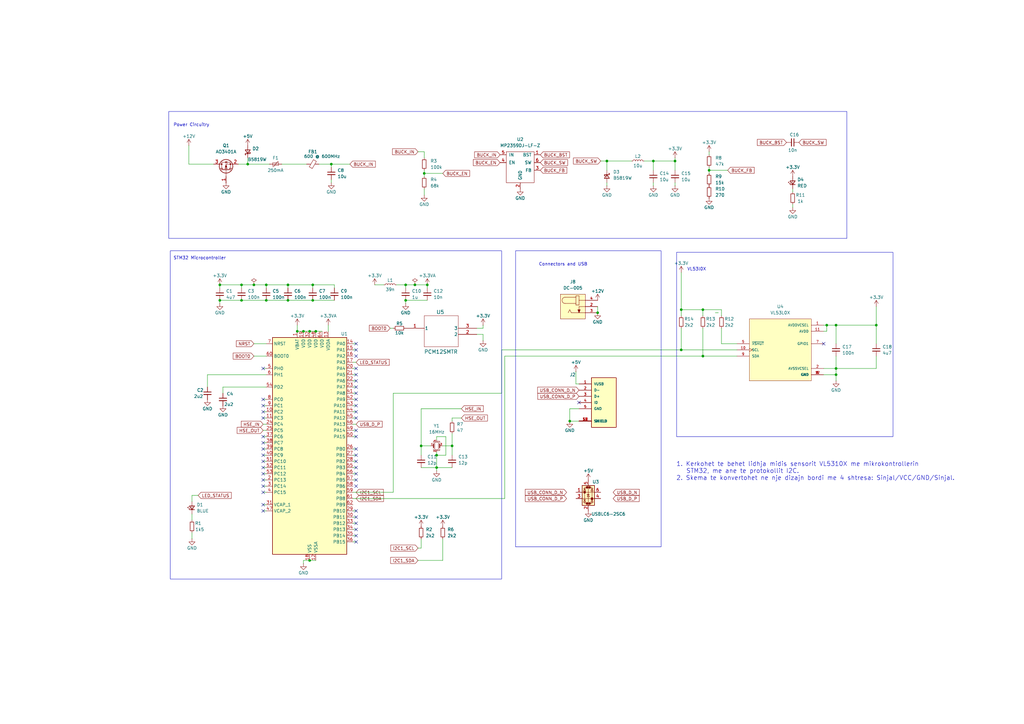
<source format=kicad_sch>
(kicad_sch (version 20250114) (generator "eeschema") (generator_version "9.0")
  (paper "A3")
  (lib_symbols
    (symbol "10118193-0001LF:10118193-0001LF" (pin_names (offset 1.016))
      (property "Reference" "J" (at -5.0817 10.9286 0))
      (property "Value" "10118193-0001LF" (at -5.0819 -12.7097 0))
      (symbol "10118193-0001LF_0_0"
        (pin passive line (at -10.16 7.62 0) (length 5.08) (name "VUSB") (number "1"))
        (pin passive line (at -10.16 5.08 0) (length 5.08) (name "D-") (number "2"))
        (pin passive line (at -10.16 2.54 0) (length 5.08) (name "D+") (number "3"))
        (pin passive line (at -10.16 0 0) (length 5.08) (name "ID") (number "4"))
        (pin passive line (at -10.16 -2.54 0) (length 5.08) (name "GND") (number "5"))
        (pin passive line (at -10.16 -7.62 0) (length 5.08) (name "SHIELD") (number "S1"))
        (pin passive line (at -10.16 -7.62 0) (length 5.08) (name "SHIELD") (number "S2"))
        (pin passive line (at -10.16 -7.62 0) (length 5.08) (name "SHIELD") (number "S3"))
        (pin passive line (at -10.16 -7.62 0) (length 5.08) (name "SHIELD") (number "S4"))
        (pin passive line (at -10.16 -7.62 0) (length 5.08) (name "SHIELD") (number "S5"))
        (pin passive line (at -10.16 -7.62 0) (length 5.08) (name "SHIELD") (number "S6"))
      )
    )
    (symbol "2024-11-09_23-25-21:PCM12SMTR" (pin_names (offset 0.254))
      (property "Reference" "U5" (at 20.32 10.16 0))
      (property "Value" "PCM12SMTR" (at 20.32 7.62 0))
      (symbol "PCM12SMTR_1_1"
        (pin unspecified line (at 0 0 0) (length 7.62) (name "1") (number "1"))
        (pin unspecified line (at 29.21 0 180) (length 7.62) (name "3") (number "3"))
        (pin unspecified line (at 29.21 -2.54 180) (length 7.62) (name "2") (number "2"))
      )
    )
    (symbol "DC-005:DC-005" (pin_names (offset 1.016))
      (property "Reference" "J" (at -5.0943 5.5976 0))
      (property "Value" "DC-005" (at -5.0995 -7.6398 0))
      (symbol "DC-005_0_0"
        (pin passive line (at 10.16 2.54 180) (length 5.08) (name "~") (number "4"))
        (pin passive line (at 10.16 0 180) (length 5.08) (name "~") (number "2"))
        (pin passive line (at 10.16 -2.54 180) (length 5.08) (name "~") (number "3"))
      )
    )
    (symbol "Device:C_Small" (pin_numbers (hide yes)) (pin_names (offset 0.254) (hide yes))
      (property "Reference" "C" (at 0.254 1.778 0))
      (property "Value" "C_Small" (at 0.254 -2.032 0))
      (symbol "C_Small_1_1"
        (pin passive line (at 0 2.54 270) (length 2.032) (name "~") (number "1"))
        (pin passive line (at 0 -2.54 90) (length 2.032) (name "~") (number "2"))
      )
    )
    (symbol "Device:Crystal_GND24_Small" (pin_names (offset 1.016) (hide yes))
      (property "Reference" "Y" (at 1.27 4.445 0))
      (property "Value" "Crystal_GND24_Small" (at 1.27 2.54 0))
      (symbol "Crystal_GND24_Small_1_1"
        (pin passive line (at -2.54 0 0) (length 1.27) (name "1") (number "1"))
        (pin passive line (at 0 2.54 270) (length 0.635) (name "4") (number "4"))
        (pin passive line (at 0 -2.54 90) (length 0.635) (name "2") (number "2"))
        (pin passive line (at 2.54 0 180) (length 1.27) (name "3") (number "3"))
      )
    )
    (symbol "Device:D_Schottky_Small" (pin_numbers (hide yes)) (pin_names (offset 0.254) (hide yes))
      (property "Reference" "D" (at -1.27 2.032 0))
      (property "Value" "D_Schottky_Small" (at -7.112 -2.032 0))
      (symbol "D_Schottky_Small_1_1"
        (pin passive line (at -2.54 0 0) (length 1.778) (name "K") (number "1"))
        (pin passive line (at 2.54 0 180) (length 1.778) (name "A") (number "2"))
      )
    )
    (symbol "Device:Ferrite_Bead_Small" (pin_numbers (hide yes)) (pin_names (offset 0))
      (property "Reference" "FB" (at 1.905 1.27 0))
      (property "Value" "Device_Ferrite_Bead_Small" (at 1.905 -1.27 0))
      (symbol "Ferrite_Bead_Small_1_1"
        (pin passive line (at 0 2.54 270) (length 1.27) (name "~") (number "1"))
        (pin passive line (at 0 -2.54 90) (length 1.27) (name "~") (number "2"))
      )
    )
    (symbol "Device:LED_Small" (pin_numbers (hide yes)) (pin_names (offset 0.254) (hide yes))
      (property "Reference" "D" (at -1.27 3.175 0))
      (property "Value" "LED_Small" (at -4.445 -2.54 0))
      (symbol "LED_Small_1_1"
        (pin passive line (at -2.54 0 0) (length 1.778) (name "K") (number "1"))
        (pin passive line (at 2.54 0 180) (length 1.778) (name "A") (number "2"))
      )
    )
    (symbol "Device:L_Small" (pin_numbers (hide yes)) (pin_names (offset 0.254) (hide yes))
      (property "Reference" "L" (at 0.762 1.016 0))
      (property "Value" "L_Small" (at 0.762 -1.016 0))
      (symbol "L_Small_1_1"
        (pin passive line (at 0 2.54 270) (length 0.508) (name "~") (number "1"))
        (pin passive line (at 0 -2.54 90) (length 0.508) (name "~") (number "2"))
      )
    )
    (symbol "Device:Polyfuse_Small" (pin_numbers (hide yes)) (pin_names (offset 0))
      (property "Reference" "F" (at -1.905 0 90))
      (property "Value" "Polyfuse_Small" (at 1.905 0 90))
      (symbol "Polyfuse_Small_1_1"
        (pin passive line (at 0 2.54 270) (length 0.635) (name "~") (number "1"))
        (pin passive line (at 0 -2.54 90) (length 0.635) (name "~") (number "2"))
      )
    )
    (symbol "Device:R_Small" (pin_numbers (hide yes)) (pin_names (offset 0.254) (hide yes))
      (property "Reference" "R" (at 0.762 0.508 0))
      (property "Value" "R_Small" (at 0.762 -1.016 0))
      (symbol "R_Small_1_1"
        (pin passive line (at 0 2.54 270) (length 0.762) (name "~") (number "1"))
        (pin passive line (at 0 -2.54 90) (length 0.762) (name "~") (number "2"))
      )
    )
    (symbol "MCU_ST_STM32F4:STM32F405RGTx"
      (property "Reference" "U1" (at 14.224 47.244 0))
      (property "Value" "STM32F405RGT6" (at 12.7 -44.45 0))
      (symbol "STM32F405RGTx_1_1"
        (pin input line (at -17.78 43.18 0) (length 2.54) (name "NRST") (number "7"))
        (pin input line (at -17.78 38.1 0) (length 2.54) (name "BOOT0") (number "60"))
        (pin bidirectional line (at -17.78 33.02 0) (length 2.54) (name "PH0") (number "5"))
        (pin bidirectional line (at -17.78 30.48 0) (length 2.54) (name "PH1") (number "6"))
        (pin bidirectional line (at -17.78 25.4 0) (length 2.54) (name "PD2") (number "54"))
        (pin bidirectional line (at -17.78 20.32 0) (length 2.54) (name "PC0") (number "8"))
        (pin bidirectional line (at -17.78 17.78 0) (length 2.54) (name "PC1") (number "9"))
        (pin bidirectional line (at -17.78 15.24 0) (length 2.54) (name "PC2") (number "10"))
        (pin bidirectional line (at -17.78 12.7 0) (length 2.54) (name "PC3") (number "11"))
        (pin bidirectional line (at -17.78 10.16 0) (length 2.54) (name "PC4") (number "24"))
        (pin bidirectional line (at -17.78 7.62 0) (length 2.54) (name "PC5") (number "25"))
        (pin bidirectional line (at -17.78 5.08 0) (length 2.54) (name "PC6") (number "37"))
        (pin bidirectional line (at -17.78 2.54 0) (length 2.54) (name "PC7") (number "38"))
        (pin bidirectional line (at -17.78 0 0) (length 2.54) (name "PC8") (number "39"))
        (pin bidirectional line (at -17.78 -2.54 0) (length 2.54) (name "PC9") (number "40"))
        (pin bidirectional line (at -17.78 -5.08 0) (length 2.54) (name "PC10") (number "51"))
        (pin bidirectional line (at -17.78 -7.62 0) (length 2.54) (name "PC11") (number "52"))
        (pin bidirectional line (at -17.78 -10.16 0) (length 2.54) (name "PC12") (number "53"))
        (pin bidirectional line (at -17.78 -12.7 0) (length 2.54) (name "PC13") (number "2"))
        (pin bidirectional line (at -17.78 -15.24 0) (length 2.54) (name "PC14") (number "3"))
        (pin bidirectional line (at -17.78 -17.78 0) (length 2.54) (name "PC15") (number "4"))
        (pin power_out line (at -17.78 -22.86 0) (length 2.54) (name "VCAP_1") (number "31"))
        (pin power_out line (at -17.78 -25.4 0) (length 2.54) (name "VCAP_2") (number "47"))
        (pin power_in line (at -5.08 48.26 270) (length 2.54) (name "VBAT") (number "1"))
        (pin power_in line (at -2.54 48.26 270) (length 2.54) (name "VDD") (number "19"))
        (pin power_in line (at 0 48.26 270) (length 2.54) (name "VDD") (number "32"))
        (pin power_in line (at 0 -45.72 90) (length 2.54) (name "VSS") (number "18"))
        (pin passive line (at 0 -45.72 90) (length 2.54) (hide yes) (name "VSS") (number "63"))
        (pin power_in line (at 2.54 48.26 270) (length 2.54) (name "VDD") (number "48"))
        (pin power_in line (at 2.54 -45.72 90) (length 2.54) (name "VSSA") (number "12"))
        (pin power_in line (at 5.08 48.26 270) (length 2.54) (name "VDD") (number "64"))
        (pin power_in line (at 7.62 48.26 270) (length 2.54) (name "VDDA") (number "13"))
        (pin bidirectional line (at 17.78 43.18 180) (length 2.54) (name "PA0") (number "14"))
        (pin bidirectional line (at 17.78 40.64 180) (length 2.54) (name "PA1") (number "15"))
        (pin bidirectional line (at 17.78 38.1 180) (length 2.54) (name "PA2") (number "16"))
        (pin bidirectional line (at 17.78 35.56 180) (length 2.54) (name "PA3") (number "17"))
        (pin bidirectional line (at 17.78 33.02 180) (length 2.54) (name "PA4") (number "20"))
        (pin bidirectional line (at 17.78 30.48 180) (length 2.54) (name "PA5") (number "21"))
        (pin bidirectional line (at 17.78 27.94 180) (length 2.54) (name "PA6") (number "22"))
        (pin bidirectional line (at 17.78 25.4 180) (length 2.54) (name "PA7") (number "23"))
        (pin bidirectional line (at 17.78 22.86 180) (length 2.54) (name "PA8") (number "41"))
        (pin bidirectional line (at 17.78 20.32 180) (length 2.54) (name "PA9") (number "42"))
        (pin bidirectional line (at 17.78 17.78 180) (length 2.54) (name "PA10") (number "43"))
        (pin bidirectional line (at 17.78 15.24 180) (length 2.54) (name "PA11") (number "44"))
        (pin bidirectional line (at 17.78 12.7 180) (length 2.54) (name "PA12") (number "45"))
        (pin bidirectional line (at 17.78 10.16 180) (length 2.54) (name "PA13") (number "46"))
        (pin bidirectional line (at 17.78 7.62 180) (length 2.54) (name "PA14") (number "49"))
        (pin bidirectional line (at 17.78 5.08 180) (length 2.54) (name "PA15") (number "50"))
        (pin bidirectional line (at 17.78 0 180) (length 2.54) (name "PB0") (number "26"))
        (pin bidirectional line (at 17.78 -2.54 180) (length 2.54) (name "PB1") (number "27"))
        (pin bidirectional line (at 17.78 -5.08 180) (length 2.54) (name "PB2") (number "28"))
        (pin bidirectional line (at 17.78 -7.62 180) (length 2.54) (name "PB3") (number "55"))
        (pin bidirectional line (at 17.78 -10.16 180) (length 2.54) (name "PB4") (number "56"))
        (pin bidirectional line (at 17.78 -12.7 180) (length 2.54) (name "PB5") (number "57"))
        (pin bidirectional line (at 17.78 -15.24 180) (length 2.54) (name "PB6") (number "58"))
        (pin bidirectional line (at 17.78 -17.78 180) (length 2.54) (name "PB7") (number "59"))
        (pin bidirectional line (at 17.78 -20.32 180) (length 2.54) (name "PB8") (number "61"))
        (pin bidirectional line (at 17.78 -22.86 180) (length 2.54) (name "PB9") (number "62"))
        (pin bidirectional line (at 17.78 -25.4 180) (length 2.54) (name "PB10") (number "29"))
        (pin bidirectional line (at 17.78 -27.94 180) (length 2.54) (name "PB11") (number "30"))
        (pin bidirectional line (at 17.78 -30.48 180) (length 2.54) (name "PB12") (number "33"))
        (pin bidirectional line (at 17.78 -33.02 180) (length 2.54) (name "PB13") (number "34"))
        (pin bidirectional line (at 17.78 -35.56 180) (length 2.54) (name "PB14") (number "35"))
        (pin bidirectional line (at 17.78 -38.1 180) (length 2.54) (name "PB15") (number "36"))
      )
    )
    (symbol "Power_Protection:USBLC6-2SC6" (pin_names (hide yes))
      (property "Reference" "U" (at 0.635 5.715 0))
      (property "Value" "USBLC6-2SC6" (at 0.635 3.81 0))
      (symbol "USBLC6-2SC6_1_1"
        (pin passive line (at -5.08 0 0) (length 2.54) (name "I/O1") (number "1"))
        (pin passive line (at -5.08 -2.54 0) (length 2.54) (name "I/O2") (number "3"))
        (pin passive line (at 0 5.08 270) (length 2.54) (name "VBUS") (number "5"))
        (pin passive line (at 0 -7.62 90) (length 2.54) (name "GND") (number "2"))
        (pin passive line (at 5.08 0 180) (length 2.54) (name "I/O1") (number "6"))
        (pin passive line (at 5.08 -2.54 180) (length 2.54) (name "I/O2") (number "4"))
      )
    )
    (symbol "SchmillipKiCADLibrary:MP2359DJ-LF-Z" (pin_names (offset 1.016))
      (property "Reference" "U" (at 0 9.525 0))
      (property "Value" "SchmillipKiCADLibrary_MP2359DJ-LF-Z" (at 10.16 -6.35 0))
      (symbol "MP2359DJ-LF-Z_1_1"
        (pin power_in line (at -8.255 6.35 0) (length 2.54) (name "IN") (number "5"))
        (pin input line (at -8.255 3.175 0) (length 2.54) (name "EN") (number "4"))
        (pin power_in line (at 0 -7.62 90) (length 2.54) (name "GND") (number "2"))
        (pin input line (at 8.255 6.35 180) (length 2.54) (name "BST") (number "1"))
        (pin power_out line (at 8.255 3.175 180) (length 2.54) (name "SW") (number "6"))
        (pin input line (at 8.255 0 180) (length 2.54) (name "FB") (number "3"))
      )
    )
    (symbol "Transistor_FET:AO3401A" (pin_names (hide yes))
      (property "Reference" "Q" (at 5.08 1.905 0))
      (property "Value" "AO3401A" (at 5.08 0 0))
      (symbol "AO3401A_1_1"
        (pin input line (at -5.08 0 0) (length 2.54) (name "G") (number "1"))
        (pin passive line (at 2.54 5.08 270) (length 2.54) (name "D") (number "3"))
        (pin passive line (at 2.54 -5.08 90) (length 2.54) (name "S") (number "2"))
      )
    )
    (symbol "VL53L0X:VL53L0X" (pin_names (offset 1.016))
      (property "Reference" "U" (at -12.7244 13.2334 0))
      (property "Value" "VL53L0X" (at -12.7205 -15.2646 0))
      (symbol "VL53L0X_0_0"
        (pin input line (at -17.78 2.54 0) (length 5.08) (name "~{XSHUT}") (number "5"))
        (pin input clock (at -17.78 0 0) (length 5.08) (name "SCL") (number "10"))
        (pin bidirectional line (at -17.78 -2.54 0) (length 5.08) (name "SDA") (number "9"))
        (pin power_in line (at 17.78 10.16 180) (length 5.08) (name "AVDDVCSEL") (number "1"))
        (pin power_in line (at 17.78 7.62 180) (length 5.08) (name "AVDD") (number "11"))
        (pin output line (at 17.78 2.54 180) (length 5.08) (name "GPIO1") (number "7"))
        (pin power_in line (at 17.78 -7.62 180) (length 5.08) (name "AVSSVCSEL") (number "2"))
        (pin power_in line (at 17.78 -10.16 180) (length 5.08) (name "GND") (number "12"))
        (pin power_in line (at 17.78 -10.16 180) (length 5.08) (name "GND") (number "3"))
        (pin power_in line (at 17.78 -10.16 180) (length 5.08) (name "GND") (number "4"))
        (pin power_in line (at 17.78 -10.16 180) (length 5.08) (name "GND") (number "6"))
      )
    )
    (symbol "power:+12V" (power) (pin_numbers (hide yes)) (pin_names (offset 0) (hide yes))
      (property "Value" "+12V" (at 0 3.556 0))
      (symbol "+12V_1_1"
        (pin power_in line (at 0 0 90) (length 0) (name "~") (number "1"))
      )
    )
    (symbol "power:+3.3V" (power) (pin_numbers (hide yes)) (pin_names (offset 0) (hide yes))
      (property "Value" "+3.3V" (at 0 3.556 0))
      (symbol "+3.3V_1_1"
        (pin power_in line (at 0 0 90) (length 0) (name "~") (number "1"))
      )
    )
    (symbol "power:+3.3VA" (power) (pin_numbers (hide yes)) (pin_names (offset 0) (hide yes))
      (property "Value" "+3.3VA" (at 0 3.556 0))
      (symbol "+3.3VA_1_1"
        (pin power_in line (at 0 0 90) (length 0) (name "~") (number "1"))
      )
    )
    (symbol "power:+5V" (power) (pin_numbers (hide yes)) (pin_names (offset 0) (hide yes))
      (property "Value" "+5V" (at 0 3.556 0))
      (symbol "+5V_1_1"
        (pin power_in line (at 0 0 90) (length 0) (name "~") (number "1"))
      )
    )
    (symbol "power:GND" (power) (pin_numbers (hide yes)) (pin_names (offset 0) (hide yes))
      (property "Value" "GND" (at 0 -3.81 0))
      (symbol "GND_1_1"
        (pin power_in line (at 0 0 270) (length 0) (name "~") (number "1"))
      )
    )
    (symbol "power:PWR_FLAG" (power) (pin_numbers (hide yes)) (pin_names (offset 0) (hide yes))
      (property "Value" "PWR_FLAG" (at 0 3.81 0))
      (symbol "PWR_FLAG_0_0"
        (pin power_out line (at 0 0 90) (length 0) (name "~") (number "1"))
      )
    )
  )
  (rectangle (start 69.215 45.72) (end 347.345 97.79))
  (rectangle (start 277.495 103.505) (end 366.268 179.07))
  (rectangle (start 211.455 102.87) (end 271.145 224.282))
  (rectangle (start 69.85 102.87) (end 205.74 237.49))
  (text "1. Kerkohet te behet lidhja midis sensorit VL5310X me mikrokontrollerin \n   STM32, me ane te protokollit I2C.\n2. Skema te konvertohet ne nje dizajn bordi me 4 shtresa: Sinjal/VCC/GND/Sinjal.\n" (at 277.368 193.294 0) (effects (font (size 1.778 1.778)) (justify left)))
  (text "VL53l0X" (at 285.75 110.49 0) (effects (font (size 1.27 1.27))))
  (text "STM32 Microcontroller" (at 71.12 106.68 0) (effects (font (size 1.27 1.27)) (justify left bottom)))
  (text "Connectors and USB" (at 220.98 109.22 0) (effects (font (size 1.27 1.27)) (justify left bottom)))
  (text "Power Circuitry" (at 71.12 52.07 0) (effects (font (size 1.27 1.27)) (justify left bottom)))
  (junction (at 129.54 135.89))
  (junction (at 99.06 123.19))
  (junction (at 172.72 182.88))
  (junction (at 339.09 133.35))
  (junction (at 90.17 123.19))
  (junction (at 179.07 191.77))
  (junction (at 127 229.87))
  (junction (at 173.99 71.12))
  (junction (at 175.26 116.84))
  (junction (at 342.9 153.67))
  (junction (at 267.97 66.04))
  (junction (at 166.37 123.19))
  (junction (at 248.92 66.04))
  (junction (at 170.18 116.84))
  (junction (at 233.68 172.72))
  (junction (at 109.22 116.84))
  (junction (at 279.4 127))
  (junction (at 101.6 67.31))
  (junction (at 118.11 116.84))
  (junction (at 104.14 116.84))
  (junction (at 99.06 116.84))
  (junction (at 290.83 69.85))
  (junction (at 276.86 66.04))
  (junction (at 109.22 123.19))
  (junction (at 359.41 133.35))
  (junction (at 135.89 67.31))
  (junction (at 90.17 116.84))
  (junction (at 288.29 127))
  (junction (at 166.37 116.84))
  (junction (at 124.46 135.89))
  (junction (at 245.11 128.27))
  (junction (at 127 135.89))
  (junction (at 128.27 123.19))
  (junction (at 128.27 116.84))
  (junction (at 342.9 151.13))
  (junction (at 342.9 133.35))
  (junction (at 118.11 123.19))
  (junction (at 179.07 186.69))
  (junction (at 279.4 143.51))
  (junction (at 288.29 146.05))
  (junction (at 121.92 135.89))
  (junction (at 185.42 182.88))
  (no_connect (at 146.05 166.37))
  (no_connect (at 107.95 166.37))
  (no_connect (at 107.95 189.23))
  (no_connect (at 146.05 156.21))
  (no_connect (at 107.95 199.39))
  (no_connect (at 107.95 196.85))
  (no_connect (at 107.95 201.93))
  (no_connect (at 107.95 186.69))
  (no_connect (at 146.05 143.51))
  (no_connect (at 146.05 158.75))
  (no_connect (at 146.05 194.31))
  (no_connect (at 107.95 207.01))
  (no_connect (at 107.95 194.31))
  (no_connect (at 146.05 179.07))
  (no_connect (at 107.95 171.45))
  (no_connect (at 146.05 212.09))
  (no_connect (at 146.05 217.17))
  (no_connect (at 146.05 184.15))
  (no_connect (at 107.95 168.91))
  (no_connect (at 146.05 219.71))
  (no_connect (at 107.95 179.07))
  (no_connect (at 146.05 189.23))
  (no_connect (at 107.95 209.55))
  (no_connect (at 146.05 146.05))
  (no_connect (at 146.05 214.63))
  (no_connect (at 107.95 184.15))
  (no_connect (at 146.05 163.83))
  (no_connect (at 146.05 176.53))
  (no_connect (at 107.95 151.13))
  (no_connect (at 337.82 140.97))
  (no_connect (at 107.95 181.61))
  (no_connect (at 146.05 161.29))
  (no_connect (at 146.05 186.69))
  (no_connect (at 146.05 222.25))
  (no_connect (at 146.05 209.55))
  (no_connect (at 146.05 196.85))
  (no_connect (at 146.05 140.97))
  (no_connect (at 107.95 191.77))
  (no_connect (at 146.05 171.45))
  (no_connect (at 146.05 153.67))
  (no_connect (at 146.05 191.77))
  (no_connect (at 146.05 151.13))
  (no_connect (at 107.95 163.83))
  (no_connect (at 237.49 165.1))
  (no_connect (at 146.05 168.91))
  (no_connect (at 146.05 199.39))
  (wire (pts (xy 144.78 153.67) (xy 146.05 153.67)))
  (wire (pts (xy 107.95 201.93) (xy 109.22 201.93)))
  (wire (pts (xy 107.95 163.83) (xy 109.22 163.83)))
  (wire (pts (xy 107.95 207.01) (xy 109.22 207.01)))
  (wire (pts (xy 172.72 167.64) (xy 172.72 182.88)))
  (wire (pts (xy 90.17 116.84) (xy 90.17 118.11)))
  (wire (pts (xy 179.07 180.34) (xy 179.07 179.07)))
  (wire (pts (xy 185.42 177.8) (xy 185.42 182.88)))
  (wire (pts (xy 205.74 143.51) (xy 205.74 161.29)))
  (wire (pts (xy 207.01 204.47) (xy 144.78 204.47)))
  (wire (pts (xy 99.06 116.84) (xy 104.14 116.84)))
  (wire (pts (xy 146.05 161.29) (xy 144.78 161.29)))
  (wire (pts (xy 128.27 118.11) (xy 128.27 116.84)))
  (wire (pts (xy 146.05 163.83) (xy 144.78 163.83)))
  (wire (pts (xy 175.26 116.84) (xy 170.18 116.84)))
  (wire (pts (xy 146.05 148.59) (xy 144.78 148.59)))
  (wire (pts (xy 237.49 167.64) (xy 233.68 167.64)))
  (wire (pts (xy 121.92 135.89) (xy 124.46 135.89)))
  (wire (pts (xy 166.37 116.84) (xy 162.56 116.84)))
  (wire (pts (xy 107.95 171.45) (xy 109.22 171.45)))
  (wire (pts (xy 107.95 199.39) (xy 109.22 199.39)))
  (wire (pts (xy 107.95 196.85) (xy 109.22 196.85)))
  (wire (pts (xy 77.47 59.69) (xy 77.47 67.31)))
  (wire (pts (xy 337.82 133.35) (xy 339.09 133.35)))
  (wire (pts (xy 290.83 63.5) (xy 290.83 62.23)))
  (wire (pts (xy 339.09 135.89) (xy 339.09 133.35)))
  (wire (pts (xy 146.05 209.55) (xy 144.78 209.55)))
  (wire (pts (xy 359.41 133.35) (xy 359.41 140.97)))
  (wire (pts (xy 90.17 124.46) (xy 90.17 123.19)))
  (wire (pts (xy 81.28 203.2) (xy 78.74 203.2)))
  (wire (pts (xy 135.89 68.58) (xy 135.89 67.31)))
  (wire (pts (xy 233.68 172.72) (xy 237.49 172.72)))
  (wire (pts (xy 90.17 123.19) (xy 99.06 123.19)))
  (wire (pts (xy 342.9 133.35) (xy 359.41 133.35)))
  (wire (pts (xy 342.9 133.35) (xy 342.9 140.97)))
  (wire (pts (xy 161.29 201.93) (xy 144.78 201.93)))
  (wire (pts (xy 107.95 181.61) (xy 109.22 181.61)))
  (wire (pts (xy 109.22 123.19) (xy 118.11 123.19)))
  (wire (pts (xy 290.83 69.85) (xy 290.83 71.12)))
  (wire (pts (xy 179.07 193.04) (xy 179.07 191.77)))
  (wire (pts (xy 99.06 118.11) (xy 99.06 116.84)))
  (wire (pts (xy 173.99 71.12) (xy 173.99 69.85)))
  (wire (pts (xy 359.41 125.73) (xy 359.41 133.35)))
  (wire (pts (xy 146.05 171.45) (xy 144.78 171.45)))
  (wire (pts (xy 107.95 179.07) (xy 109.22 179.07)))
  (wire (pts (xy 78.74 213.36) (xy 78.74 210.82)))
  (wire (pts (xy 198.12 137.16) (xy 195.58 137.16)))
  (wire (pts (xy 124.46 231.14) (xy 124.46 229.87)))
  (wire (pts (xy 248.92 69.85) (xy 248.92 66.04)))
  (wire (pts (xy 185.42 171.45) (xy 185.42 172.72)))
  (wire (pts (xy 248.92 66.04) (xy 246.38 66.04)))
  (wire (pts (xy 295.91 127) (xy 288.29 127)))
  (wire (pts (xy 288.29 134.62) (xy 288.29 146.05)))
  (wire (pts (xy 109.22 118.11) (xy 109.22 116.84)))
  (wire (pts (xy 181.61 71.12) (xy 173.99 71.12)))
  (wire (pts (xy 279.4 134.62) (xy 279.4 143.51)))
  (wire (pts (xy 144.78 151.13) (xy 146.05 151.13)))
  (wire (pts (xy 91.44 161.29) (xy 91.44 158.75)))
  (wire (pts (xy 146.05 196.85) (xy 144.78 196.85)))
  (wire (pts (xy 146.05 184.15) (xy 144.78 184.15)))
  (wire (pts (xy 195.58 134.62) (xy 198.12 134.62)))
  (wire (pts (xy 207.01 146.05) (xy 207.01 204.47)))
  (wire (pts (xy 104.14 146.05) (xy 109.22 146.05)))
  (wire (pts (xy 146.05 217.17) (xy 144.78 217.17)))
  (wire (pts (xy 325.12 78.74) (xy 325.12 77.47)))
  (wire (pts (xy 181.61 182.88) (xy 185.42 182.88)))
  (wire (pts (xy 279.4 127) (xy 279.4 129.54)))
  (wire (pts (xy 171.45 229.87) (xy 181.61 229.87)))
  (wire (pts (xy 276.86 64.77) (xy 276.86 66.04)))
  (wire (pts (xy 107.95 173.99) (xy 109.22 173.99)))
  (wire (pts (xy 245.11 125.73) (xy 245.11 128.27)))
  (wire (pts (xy 110.49 67.31) (xy 101.6 67.31)))
  (wire (pts (xy 173.99 80.01) (xy 173.99 77.47)))
  (wire (pts (xy 179.07 185.42) (xy 179.07 186.69)))
  (wire (pts (xy 107.95 166.37) (xy 109.22 166.37)))
  (wire (pts (xy 99.06 123.19) (xy 109.22 123.19)))
  (wire (pts (xy 146.05 222.25) (xy 144.78 222.25)))
  (wire (pts (xy 182.88 179.07) (xy 182.88 186.69)))
  (wire (pts (xy 181.61 229.87) (xy 181.61 220.98)))
  (wire (pts (xy 146.05 191.77) (xy 144.78 191.77)))
  (wire (pts (xy 288.29 127) (xy 288.29 129.54)))
  (wire (pts (xy 87.63 67.31) (xy 77.47 67.31)))
  (wire (pts (xy 107.95 189.23) (xy 109.22 189.23)))
  (wire (pts (xy 146.05 194.31) (xy 144.78 194.31)))
  (wire (pts (xy 290.83 69.85) (xy 290.83 68.58)))
  (wire (pts (xy 179.07 186.69) (xy 179.07 191.77)))
  (wire (pts (xy 276.86 66.04) (xy 267.97 66.04)))
  (wire (pts (xy 288.29 127) (xy 279.4 127)))
  (wire (pts (xy 90.17 116.84) (xy 99.06 116.84)))
  (wire (pts (xy 342.9 151.13) (xy 342.9 153.67)))
  (wire (pts (xy 104.14 140.97) (xy 109.22 140.97)))
  (wire (pts (xy 107.95 168.91) (xy 109.22 168.91)))
  (wire (pts (xy 124.46 135.89) (xy 127 135.89)))
  (wire (pts (xy 85.09 158.75) (xy 85.09 153.67)))
  (wire (pts (xy 128.27 123.19) (xy 137.16 123.19)))
  (wire (pts (xy 109.22 116.84) (xy 118.11 116.84)))
  (wire (pts (xy 359.41 146.05) (xy 359.41 151.13)))
  (wire (pts (xy 146.05 166.37) (xy 144.78 166.37)))
  (wire (pts (xy 171.45 224.79) (xy 172.72 224.79)))
  (wire (pts (xy 143.51 67.31) (xy 135.89 67.31)))
  (wire (pts (xy 276.86 69.85) (xy 276.86 66.04)))
  (wire (pts (xy 170.18 116.84) (xy 166.37 116.84)))
  (wire (pts (xy 85.09 153.67) (xy 109.22 153.67)))
  (wire (pts (xy 97.79 67.31) (xy 101.6 67.31)))
  (wire (pts (xy 118.11 118.11) (xy 118.11 116.84)))
  (wire (pts (xy 78.74 220.98) (xy 78.74 218.44)))
  (wire (pts (xy 236.22 157.48) (xy 237.49 157.48)))
  (wire (pts (xy 293.37 128.27) (xy 294.64 128.27)))
  (wire (pts (xy 295.91 134.62) (xy 295.91 140.97)))
  (wire (pts (xy 134.62 133.35) (xy 134.62 135.89)))
  (wire (pts (xy 146.05 168.91) (xy 144.78 168.91)))
  (wire (pts (xy 276.86 76.2) (xy 276.86 74.93)))
  (wire (pts (xy 146.05 186.69) (xy 144.78 186.69)))
  (wire (pts (xy 295.91 129.54) (xy 295.91 127)))
  (wire (pts (xy 295.91 140.97) (xy 302.26 140.97)))
  (wire (pts (xy 171.45 62.23) (xy 173.99 62.23)))
  (wire (pts (xy 160.02 134.62) (xy 161.29 134.62)))
  (wire (pts (xy 172.72 167.64) (xy 189.23 167.64)))
  (wire (pts (xy 107.95 176.53) (xy 109.22 176.53)))
  (wire (pts (xy 173.99 72.39) (xy 173.99 71.12)))
  (wire (pts (xy 182.88 186.69) (xy 179.07 186.69)))
  (wire (pts (xy 161.29 161.29) (xy 161.29 201.93)))
  (wire (pts (xy 259.08 66.04) (xy 248.92 66.04)))
  (wire (pts (xy 233.68 167.64) (xy 233.68 172.72)))
  (wire (pts (xy 179.07 191.77) (xy 185.42 191.77)))
  (wire (pts (xy 342.9 153.67) (xy 342.9 156.21)))
  (wire (pts (xy 78.74 203.2) (xy 78.74 205.74)))
  (wire (pts (xy 267.97 76.2) (xy 267.97 74.93)))
  (wire (pts (xy 298.45 69.85) (xy 290.83 69.85)))
  (wire (pts (xy 207.01 146.05) (xy 288.29 146.05)))
  (wire (pts (xy 107.95 186.69) (xy 109.22 186.69)))
  (wire (pts (xy 179.07 179.07) (xy 182.88 179.07)))
  (wire (pts (xy 236.22 152.4) (xy 236.22 157.48)))
  (wire (pts (xy 101.6 64.77) (xy 101.6 67.31)))
  (wire (pts (xy 279.4 111.76) (xy 279.4 127)))
  (wire (pts (xy 118.11 116.84) (xy 128.27 116.84)))
  (wire (pts (xy 107.95 209.55) (xy 109.22 209.55)))
  (wire (pts (xy 144.78 143.51) (xy 146.05 143.51)))
  (wire (pts (xy 198.12 134.62) (xy 198.12 133.35)))
  (wire (pts (xy 91.44 158.75) (xy 109.22 158.75)))
  (wire (pts (xy 172.72 186.69) (xy 172.72 182.88)))
  (wire (pts (xy 127 135.89) (xy 129.54 135.89)))
  (wire (pts (xy 118.11 123.19) (xy 128.27 123.19)))
  (wire (pts (xy 146.05 212.09) (xy 144.78 212.09)))
  (wire (pts (xy 146.05 176.53) (xy 144.78 176.53)))
  (wire (pts (xy 166.37 124.46) (xy 166.37 123.19)))
  (wire (pts (xy 205.74 143.51) (xy 279.4 143.51)))
  (wire (pts (xy 173.99 62.23) (xy 173.99 64.77)))
  (wire (pts (xy 325.12 85.09) (xy 325.12 83.82)))
  (wire (pts (xy 127 229.87) (xy 129.54 229.87)))
  (wire (pts (xy 129.54 135.89) (xy 132.08 135.89)))
  (wire (pts (xy 146.05 214.63) (xy 144.78 214.63)))
  (wire (pts (xy 146.05 173.99) (xy 144.78 173.99)))
  (wire (pts (xy 166.37 123.19) (xy 175.26 123.19)))
  (wire (pts (xy 124.46 229.87) (xy 127 229.87)))
  (wire (pts (xy 146.05 158.75) (xy 144.78 158.75)))
  (wire (pts (xy 359.41 151.13) (xy 342.9 151.13)))
  (wire (pts (xy 107.95 194.31) (xy 109.22 194.31)))
  (wire (pts (xy 146.05 140.97) (xy 144.78 140.97)))
  (wire (pts (xy 175.26 118.11) (xy 175.26 116.84)))
  (wire (pts (xy 172.72 224.79) (xy 172.72 220.98)))
  (wire (pts (xy 189.23 171.45) (xy 185.42 171.45)))
  (wire (pts (xy 153.67 116.84) (xy 157.48 116.84)))
  (wire (pts (xy 339.09 133.35) (xy 342.9 133.35)))
  (wire (pts (xy 205.74 161.29) (xy 161.29 161.29)))
  (wire (pts (xy 288.29 146.05) (xy 302.26 146.05)))
  (wire (pts (xy 146.05 189.23) (xy 144.78 189.23)))
  (wire (pts (xy 267.97 66.04) (xy 264.16 66.04)))
  (wire (pts (xy 172.72 182.88) (xy 176.53 182.88)))
  (wire (pts (xy 135.89 67.31) (xy 130.81 67.31)))
  (wire (pts (xy 146.05 156.21) (xy 144.78 156.21)))
  (wire (pts (xy 107.95 151.13) (xy 109.22 151.13)))
  (wire (pts (xy 337.82 135.89) (xy 339.09 135.89)))
  (wire (pts (xy 137.16 116.84) (xy 137.16 118.11)))
  (wire (pts (xy 342.9 151.13) (xy 337.82 151.13)))
  (wire (pts (xy 107.95 191.77) (xy 109.22 191.77)))
  (wire (pts (xy 248.92 76.2) (xy 248.92 74.93)))
  (wire (pts (xy 337.82 153.67) (xy 342.9 153.67)))
  (wire (pts (xy 342.9 146.05) (xy 342.9 151.13)))
  (wire (pts (xy 179.07 191.77) (xy 172.72 191.77)))
  (wire (pts (xy 267.97 69.85) (xy 267.97 66.04)))
  (wire (pts (xy 121.92 133.35) (xy 121.92 135.89)))
  (wire (pts (xy 104.14 116.84) (xy 109.22 116.84)))
  (wire (pts (xy 146.05 179.07) (xy 144.78 179.07)))
  (wire (pts (xy 135.89 74.93) (xy 135.89 73.66)))
  (wire (pts (xy 107.95 184.15) (xy 109.22 184.15)))
  (wire (pts (xy 146.05 219.71) (xy 144.78 219.71)))
  (wire (pts (xy 279.4 143.51) (xy 302.26 143.51)))
  (wire (pts (xy 166.37 118.11) (xy 166.37 116.84)))
  (wire (pts (xy 185.42 186.69) (xy 185.42 182.88)))
  (wire (pts (xy 115.57 67.31) (xy 125.73 67.31)))
  (wire (pts (xy 128.27 116.84) (xy 137.16 116.84)))
  (wire (pts (xy 198.12 139.7) (xy 198.12 137.16)))
  (global_label "BUCK_SW" (shape input) (at 327.66 58.42 0) (property "Intersheetrefs" "${INTERSHEET_REFS}" (effects (hide yes))))
  (global_label "I2C1_SDA" (shape input) (at 171.45 229.87 180) (property "Intersheetrefs" "${INTERSHEET_REFS}" (effects (hide yes))))
  (global_label "USB_D_N" (shape input) (at 251.46 201.93 0) (property "Intersheetrefs" "${INTERSHEET_REFS}" (effects (hide yes))))
  (global_label "BOOT0" (shape input) (at 160.02 134.62 180) (property "Intersheetrefs" "${INTERSHEET_REFS}" (effects (hide yes))))
  (global_label "HSE_IN" (shape input) (at 107.95 173.99 180) (property "Intersheetrefs" "${INTERSHEET_REFS}" (effects (hide yes))))
  (global_label "HSE_OUT" (shape input) (at 107.95 176.53 180) (property "Intersheetrefs" "${INTERSHEET_REFS}" (effects (hide yes))))
  (global_label "BOOT0" (shape input) (at 104.14 146.05 180) (property "Intersheetrefs" "${INTERSHEET_REFS}" (effects (hide yes))))
  (global_label "I2C1_SCL" (shape input) (at 146.05 201.93 0) (property "Intersheetrefs" "${INTERSHEET_REFS}" (effects (hide yes))))
  (global_label "BUCK_EN" (shape input) (at 181.61 71.12 0) (property "Intersheetrefs" "${INTERSHEET_REFS}" (effects (hide yes))))
  (global_label "USB_CONN_D_N" (shape input) (at 232.41 201.93 180) (property "Intersheetrefs" "${INTERSHEET_REFS}" (effects (hide yes))))
  (global_label "I2C1_SDA" (shape input) (at 146.05 204.47 0) (property "Intersheetrefs" "${INTERSHEET_REFS}" (effects (hide yes))))
  (global_label "USB_CONN_D_P" (shape input) (at 232.41 204.47 180) (property "Intersheetrefs" "${INTERSHEET_REFS}" (effects (hide yes))))
  (global_label "BUCK_BST" (shape input) (at 322.58 58.42 180) (property "Intersheetrefs" "${INTERSHEET_REFS}" (effects (hide yes))))
  (global_label "LED_STATUS" (shape input) (at 146.05 148.59 0) (property "Intersheetrefs" "${INTERSHEET_REFS}" (effects (hide yes))))
  (global_label "BUCK_IN" (shape input) (at 143.51 67.31 0) (property "Intersheetrefs" "${INTERSHEET_REFS}" (effects (hide yes))))
  (global_label "I2C1_SCL" (shape input) (at 171.45 224.79 180) (property "Intersheetrefs" "${INTERSHEET_REFS}" (effects (hide yes))))
  (global_label "BUCK_SW" (shape input) (at 221.615 66.675 0) (property "Intersheetrefs" "${INTERSHEET_REFS}" (effects (hide yes))))
  (global_label "HSE_IN" (shape input) (at 189.23 167.64 0) (property "Intersheetrefs" "${INTERSHEET_REFS}" (effects (hide yes))))
  (global_label "NRST" (shape input) (at 104.14 140.97 180) (property "Intersheetrefs" "${INTERSHEET_REFS}" (effects (hide yes))))
  (global_label "LED_STATUS" (shape input) (at 81.28 203.2 0) (property "Intersheetrefs" "${INTERSHEET_REFS}" (effects (hide yes))))
  (global_label "BUCK_IN" (shape input) (at 171.45 62.23 180) (property "Intersheetrefs" "${INTERSHEET_REFS}" (effects (hide yes))))
  (global_label "HSE_OUT" (shape input) (at 189.23 171.45 0) (property "Intersheetrefs" "${INTERSHEET_REFS}" (effects (hide yes))))
  (global_label "BUCK_SW" (shape input) (at 246.38 66.04 180) (property "Intersheetrefs" "${INTERSHEET_REFS}" (effects (hide yes))))
  (global_label "USB_CONN_D_P" (shape input) (at 237.49 162.56 180) (property "Intersheetrefs" "${INTERSHEET_REFS}" (effects (hide yes))))
  (global_label "BUCK_FB" (shape input) (at 221.615 69.85 0) (property "Intersheetrefs" "${INTERSHEET_REFS}" (effects (hide yes))))
  (global_label "USB_D_P" (shape input) (at 146.05 173.99 0) (property "Intersheetrefs" "${INTERSHEET_REFS}" (effects (hide yes))))
  (global_label "USB_CONN_D_N" (shape input) (at 237.49 160.02 180) (property "Intersheetrefs" "${INTERSHEET_REFS}" (effects (hide yes))))
  (global_label "USB_D_P" (shape input) (at 251.46 204.47 0) (property "Intersheetrefs" "${INTERSHEET_REFS}" (effects (hide yes))))
  (global_label "BUCK_BST" (shape input) (at 221.615 63.5 0) (property "Intersheetrefs" "${INTERSHEET_REFS}" (effects (hide yes))))
  (global_label "BUCK_EN" (shape input) (at 205.105 66.675 180) (property "Intersheetrefs" "${INTERSHEET_REFS}" (effects (hide yes))))
  (global_label "BUCK_FB" (shape input) (at 298.45 69.85 0) (property "Intersheetrefs" "${INTERSHEET_REFS}" (effects (hide yes))))
  (global_label "BUCK_IN" (shape input) (at 205.105 63.5 180) (property "Intersheetrefs" "${INTERSHEET_REFS}" (effects (hide yes))))
  (symbol (lib_id "Device:D_Schottky_Small") (at 101.6 62.23 90) (unit 1)
    (property "Reference" "D2" (at 103.505 60.96 90) (effects (justify right)))
    (property "Value" "B5819W" (at 101.6 65.405 90) (effects (justify right)))
    (property "Footprint" "Diode_SMD:D_SOD-123" (effects (hide yes)))
    (property "LCSC Part #" "C8598" (effects (hide yes)))
  )
  (symbol (lib_id "Device:C_Small") (at 325.12 58.42 270) (unit 1)
    (property "Reference" "C16" (at 323.85 55.245 90) (effects (justify left)))
    (property "Value" "10n" (at 323.215 61.595 90) (effects (justify left)))
    (property "Footprint" "Capacitor_SMD:C_0603_1608Metric" (effects (hide yes)))
    (property "LCSC Part #" "C57112" (effects (hide yes)))
  )
  (symbol (lib_id "power:GND") (at 233.68 172.72 0) (unit 1)
    (property "Reference" "#PWR027" (effects (hide yes)))
    (property "Value" "GND" (at 233.68 176.53 0))
  )
  (symbol (lib_id "Device:C_Small") (at 185.42 189.23 0) (unit 1)
    (property "Reference" "C13" (at 187.96 187.325 0) (effects (justify left)))
    (property "Value" "12p" (at 187.96 189.865 0) (effects (justify left)))
    (property "Footprint" "Capacitor_SMD:C_0402_1005Metric" (effects (hide yes)))
    (property "LCSC Part #" "C1547" (effects (hide yes)))
  )
  (symbol (lib_id "Device:R_Small") (at 295.91 132.08 180) (unit 1)
    (property "Reference" "R12" (at 299.085 130.81 0))
    (property "Value" "2k2" (at 299.085 133.35 0))
    (property "Footprint" "Resistor_SMD:R_0603_1608Metric" (effects (hide yes)))
    (property "LCSC Part #" "C21190" (effects (hide yes)))
  )
  (symbol (lib_id "power:+3.3V") (at 90.17 116.84 0) (unit 1)
    (property "Reference" "#PWR03" (effects (hide yes)))
    (property "Value" "+3.3V" (at 90.17 113.03 0))
  )
  (symbol (lib_id "Device:C_Small") (at 137.16 120.65 0) (unit 1)
    (property "Reference" "C9" (at 139.7 119.38 0) (effects (justify left)))
    (property "Value" "100n" (at 139.7 121.92 0) (effects (justify left)))
    (property "Footprint" "Capacitor_SMD:C_0402_1005Metric" (effects (hide yes)))
    (property "LCSC Part #" "C1525" (effects (hide yes)))
  )
  (symbol (lib_id "Device:C_Small") (at 342.9 143.51 0) (unit 1)
    (property "Reference" "C17" (at 345.44 142.24 0) (effects (justify left)))
    (property "Value" "100n" (at 345.44 144.78 0) (effects (justify left)))
    (property "Footprint" "Capacitor_SMD:C_1206_3216Metric" (effects (hide yes)))
    (property "LCSC Part #" "C13585" (effects (hide yes)))
  )
  (symbol (lib_id "power:GND") (at 90.17 124.46 0) (unit 1)
    (property "Reference" "#PWR04" (effects (hide yes)))
    (property "Value" "GND" (at 90.17 128.27 0))
  )
  (symbol (lib_id "Device:R_Small") (at 173.99 67.31 0) (unit 1)
    (property "Reference" "R3" (at 176.53 66.04 0) (effects (justify left)))
    (property "Value" "100k" (at 176.53 68.58 0) (effects (justify left)))
    (property "Footprint" "Resistor_SMD:R_0603_1608Metric" (effects (hide yes)))
    (property "LCSC Part #" "C25803" (effects (hide yes)))
  )
  (symbol (lib_id "power:GND") (at 248.92 76.2 0) (unit 1)
    (property "Reference" "#PWR029" (effects (hide yes)))
    (property "Value" "GND" (at 248.92 80.01 0))
  )
  (symbol (lib_id "power:+3.3V") (at 276.86 64.77 0) (unit 1)
    (property "Reference" "#PWR031" (effects (hide yes)))
    (property "Value" "+3.3V" (at 276.86 60.96 0))
  )
  (symbol (lib_id "Device:R_Small") (at 181.61 218.44 0) (unit 1)
    (property "Reference" "R6" (at 183.515 217.17 0) (effects (justify left)))
    (property "Value" "2k2" (at 183.515 219.71 0) (effects (justify left)))
    (property "Footprint" "Resistor_SMD:R_0402_1005Metric" (effects (hide yes)))
    (property "LCSC Part #" "C25879" (effects (hide yes)))
  )
  (symbol (lib_id "SchmillipKiCADLibrary:MP2359DJ-LF-Z") (at 213.36 69.85 0) (unit 1)
    (property "Reference" "U2" (at 213.36 57.15 0))
    (property "Value" "MP2359DJ-LF-Z" (at 213.36 59.69 0))
    (property "Footprint" "Package_TO_SOT_SMD:SOT-23-6" (effects (hide yes)))
    (property "LCSC Part #" "C14259" (effects (hide yes)))
  )
  (symbol (lib_id "power:GND") (at 166.37 124.46 0) (unit 1)
    (property "Reference" "#PWR014" (effects (hide yes)))
    (property "Value" "GND" (at 166.37 128.27 0))
  )
  (symbol (lib_id "Device:L_Small") (at 261.62 66.04 90) (unit 1)
    (property "Reference" "L2" (at 261.62 64.135 90))
    (property "Value" "10u" (at 261.62 67.945 90))
    (property "Footprint" "SPM6530T-100M-HZ:IND_SPM6530T-100M-HZ" (effects (hide yes)))
    (property "Description" "TDK SPM6530T-100M-HZ" (effects (hide yes)))
    (property "LCSC Part #" "C360728" (effects (hide yes)))
  )
  (symbol (lib_id "power:+12V") (at 77.47 59.69 0) (unit 1)
    (property "Reference" "#PWR01" (effects (hide yes)))
    (property "Value" "+12V" (at 77.47 55.88 0))
  )
  (symbol (lib_id "power:GND") (at 342.9 156.21 0) (unit 1)
    (property "Reference" "#PWR026" (effects (hide yes)))
    (property "Value" "GND" (at 342.9 160.02 0))
  )
  (symbol (lib_id "power:GND") (at 135.89 74.93 0) (unit 1)
    (property "Reference" "#PWR012" (effects (hide yes)))
    (property "Value" "GND" (at 135.89 78.74 0))
  )
  (symbol (lib_id "power:GND") (at 91.44 166.37 0) (unit 1)
    (property "Reference" "#PWR07" (effects (hide yes)))
    (property "Value" "GND" (at 91.44 170.18 0))
  )
  (symbol (lib_id "Device:C_Small") (at 128.27 120.65 0) (unit 1)
    (property "Reference" "C7" (at 130.81 119.38 0) (effects (justify left)))
    (property "Value" "100n" (at 130.81 121.92 0) (effects (justify left)))
    (property "Footprint" "Capacitor_SMD:C_0402_1005Metric" (effects (hide yes)))
    (property "LCSC Part #" "C1525" (effects (hide yes)))
  )
  (symbol (lib_id "Device:C_Small") (at 267.97 72.39 0) (unit 1)
    (property "Reference" "C14" (at 270.51 71.12 0) (effects (justify left)))
    (property "Value" "10u" (at 270.51 73.66 0) (effects (justify left)))
    (property "Footprint" "Capacitor_SMD:C_1206_3216Metric" (effects (hide yes)))
    (property "LCSC Part #" "C13585" (effects (hide yes)))
  )
  (symbol (lib_id "Device:C_Small") (at 109.22 120.65 0) (unit 1)
    (property "Reference" "C5" (at 111.76 119.38 0) (effects (justify left)))
    (property "Value" "100n" (at 111.76 121.92 0) (effects (justify left)))
    (property "Footprint" "Capacitor_SMD:C_0402_1005Metric" (effects (hide yes)))
    (property "LCSC Part #" "C1525" (effects (hide yes)))
  )
  (symbol (lib_id "Device:Polyfuse_Small") (at 113.03 67.31 270) (unit 1)
    (property "Reference" "F1" (at 113.03 64.77 90))
    (property "Value" "250mA" (at 113.03 69.85 90))
    (property "Footprint" "Fuse:Fuse_1206_3216Metric" (effects (hide yes)))
    (property "LCSC Part #" "C369159" (effects (hide yes)))
  )
  (symbol (lib_id "Device:Ferrite_Bead_Small") (at 128.27 67.31 270) (unit 1)
    (property "Reference" "FB1" (at 128.27 62.23 90))
    (property "Value" "600 @ 600MHz" (at 132.08 64.135 90))
    (property "Footprint" "Inductor_SMD:L_0805_2012Metric" (effects (hide yes)))
    (property "LCSC Part #" "C1017" (effects (hide yes)))
  )
  (symbol (lib_id "power:+5V") (at 236.22 152.4 0) (unit 1)
    (property "Reference" "#PWR028" (effects (hide yes)))
    (property "Value" "+5V" (at 236.22 148.59 0))
  )
  (symbol (lib_id "Device:R_Small") (at 185.42 175.26 0) (unit 1)
    (property "Reference" "R7" (at 187.325 173.99 0) (effects (justify left)))
    (property "Value" "47" (at 187.325 176.53 0) (effects (justify left)))
    (property "Footprint" "Resistor_SMD:R_0402_1005Metric" (effects (hide yes)))
    (property "LCSC Part #" "C25118" (effects (hide yes)))
  )
  (symbol (lib_id "power:GND") (at 198.12 139.7 0) (unit 1)
    (property "Reference" "#PWR021" (effects (hide yes)))
    (property "Value" "GND" (at 198.12 143.51 0))
  )
  (symbol (lib_id "power:GND") (at 85.09 163.83 0) (unit 1)
    (property "Reference" "#PWR05" (effects (hide yes)))
    (property "Value" "GND" (at 85.09 167.64 0))
  )
  (symbol (lib_id "power:+3.3V") (at 181.61 215.9 0) (unit 1)
    (property "Reference" "#PWR019" (effects (hide yes)))
    (property "Value" "+3.3V" (at 181.61 212.09 0))
  )
  (symbol (lib_id "Device:C_Small") (at 175.26 120.65 0) (unit 1)
    (property "Reference" "C12" (at 177.8 119.38 0) (effects (justify left)))
    (property "Value" "10n" (at 177.8 121.92 0) (effects (justify left)))
    (property "Footprint" "Capacitor_SMD:C_0402_1005Metric" (effects (hide yes)))
    (property "LCSC Part #" "C15195" (effects (hide yes)))
  )
  (symbol (lib_id "power:GND") (at 267.97 76.2 0) (unit 1)
    (property "Reference" "#PWR030" (effects (hide yes)))
    (property "Value" "GND" (at 267.97 80.01 0))
  )
  (symbol (lib_id "power:GND") (at 124.46 231.14 0) (unit 1)
    (property "Reference" "#PWR010" (effects (hide yes)))
    (property "Value" "GND" (at 124.46 234.95 0))
  )
  (symbol (lib_id "10118193-0001LF:10118193-0001LF") (at 247.65 165.1 0) (unit 1)
    (property "Reference" "J2" (at 233.68 153.6699 0) (effects (justify left)))
    (property "Value" "10118193-0001LF" (effects (hide yes)))
    (property "Footprint" "10118193-0001LF:AMPHENOL_10118193-0001LF" (effects (hide yes)))
    (property "MF" "AMPHENOL ICC / FCI" (effects (hide yes)))
    (property "MAXIMUM_PACKAGE_HEIGHT" "2.55 mm" (effects (hide yes)))
    (property "Package" "None" (effects (hide yes)))
    (property "Price" "None" (effects (hide yes)))
    (property "Check_prices" "https://www.snapeda.com/parts/10118193-0001LF/Amphenol/view-part/?ref=eda" (effects (hide yes)))
    (property "STANDARD" "Manufacturer Recommendations" (effects (hide yes)))
    (property "PARTREV" "E" (effects (hide yes)))
    (property "SnapEDA_Link" "https://www.snapeda.com/parts/10118193-0001LF/Amphenol/view-part/?ref=snap" (effects (hide yes)))
    (property "MP" "10118193-0001LF" (effects (hide yes)))
    (property "Description_1" "\n                        \n                            Right Angle Surface Mount Mount Female USB Connector 100 V ac 1.8A | Amphenol FCI (Amphenol CS) 10118193-0001LF\n                        \n" (effects (hide yes)))
    (property "Availability" "In Stock" (effects (hide yes)))
    (property "MANUFACTURER" "Amphenol FCI" (effects (hide yes)))
  )
  (symbol (lib_id "power:PWR_FLAG") (at 104.14 116.84 0) (unit 1)
    (property "Reference" "#FLG01" (effects (hide yes)))
    (property "Value" "PWR_FLAG" (effects (hide yes)))
    (property "Description" "Special symbol for telling ERC where power comes from" (effects (hide yes)))
  )
  (symbol (lib_id "Device:C_Small") (at 85.09 161.29 0) (unit 1)
    (property "Reference" "C2" (at 80.772 160.02 0) (effects (justify left)))
    (property "Value" "2u2" (at 79.502 162.56 0) (effects (justify left)))
    (property "Footprint" "Capacitor_SMD:C_0603_1608Metric" (effects (hide yes)))
    (property "LCSC Part #" "C23630" (effects (hide yes)))
  )
  (symbol (lib_id "Device:LED_Small") (at 78.74 208.28 90) (unit 1)
    (property "Reference" "D1" (at 80.645 207.01 90) (effects (justify right)))
    (property "Value" "BLUE" (at 80.645 209.55 90) (effects (justify right)))
    (property "Footprint" "LED_SMD:LED_0603_1608Metric" (effects (hide yes)))
    (property "LCSC Part #" "C72041" (effects (hide yes)))
  )
  (symbol (lib_id "Device:R_Small") (at 325.12 81.28 180) (unit 1)
    (property "Reference" "R11" (at 328.295 80.01 0))
    (property "Value" "1k" (at 328.295 82.55 0))
    (property "Footprint" "Resistor_SMD:R_0603_1608Metric" (effects (hide yes)))
    (property "LCSC Part #" "C21190" (effects (hide yes)))
  )
  (symbol (lib_id "Device:L_Small") (at 160.02 116.84 90) (unit 1)
    (property "Reference" "L1" (at 160.02 114.935 90))
    (property "Value" "39n" (at 160.02 118.745 90))
    (property "Footprint" "Inductor_SMD:L_0402_1005Metric" (effects (hide yes)))
    (property "LCSC Part #" "C26443" (effects (hide yes)))
  )
  (symbol (lib_id "power:+3.3V") (at 290.83 62.23 0) (unit 1)
    (property "Reference" "#PWR037" (effects (hide yes)))
    (property "Value" "+3.3V" (at 290.83 58.42 0))
  )
  (symbol (lib_id "Device:R_Small") (at 279.4 132.08 180) (unit 1)
    (property "Reference" "R14" (at 282.575 130.81 0))
    (property "Value" "2k2" (at 282.575 133.35 0))
    (property "Footprint" "Resistor_SMD:R_0603_1608Metric" (effects (hide yes)))
    (property "LCSC Part #" "C21190" (effects (hide yes)))
  )
  (symbol (lib_id "power:+3.3VA") (at 134.62 133.35 0) (unit 1)
    (property "Reference" "#PWR011" (effects (hide yes)))
    (property "Value" "+3.3VA" (at 134.62 129.54 0))
  )
  (symbol (lib_id "power:GND") (at 245.11 128.27 0) (unit 1)
    (property "Reference" "#PWR024" (effects (hide yes)))
    (property "Value" "GND" (at 245.11 132.08 0))
  )
  (symbol (lib_id "Device:R_Small") (at 290.83 66.04 0) (unit 1)
    (property "Reference" "R8" (at 293.37 64.77 0) (effects (justify left)))
    (property "Value" "47k" (at 293.37 67.31 0) (effects (justify left)))
    (property "Footprint" "Resistor_SMD:R_0603_1608Metric" (effects (hide yes)))
    (property "LCSC Part #" "C25819" (effects (hide yes)))
  )
  (symbol (lib_id "Device:C_Small") (at 172.72 189.23 0) (unit 1)
    (property "Reference" "C11" (at 175.26 187.325 0) (effects (justify left)))
    (property "Value" "12p" (at 175.26 189.865 0) (effects (justify left)))
    (property "Footprint" "Capacitor_SMD:C_0402_1005Metric" (effects (hide yes)))
    (property "LCSC Part #" "C1547" (effects (hide yes)))
  )
  (symbol (lib_id "power:+3.3VA") (at 175.26 116.84 0) (unit 1)
    (property "Reference" "#PWR017" (effects (hide yes)))
    (property "Value" "+3.3VA" (at 175.26 113.03 0))
  )
  (symbol (lib_id "power:+3.3V") (at 325.12 72.39 0) (unit 1)
    (property "Reference" "#PWR042" (effects (hide yes)))
    (property "Value" "+3.3V" (at 325.12 68.58 0))
  )
  (symbol (lib_id "Device:C_Small") (at 118.11 120.65 0) (unit 1)
    (property "Reference" "C6" (at 120.65 119.38 0) (effects (justify left)))
    (property "Value" "100n" (at 120.65 121.92 0) (effects (justify left)))
    (property "Footprint" "Capacitor_SMD:C_0402_1005Metric" (effects (hide yes)))
    (property "LCSC Part #" "C1525" (effects (hide yes)))
  )
  (symbol (lib_id "power:+5V") (at 101.6 59.69 0) (unit 1)
    (property "Reference" "#PWR08" (effects (hide yes)))
    (property "Value" "+5V" (at 101.6 55.88 0))
  )
  (symbol (lib_id "Device:C_Small") (at 166.37 120.65 0) (unit 1)
    (property "Reference" "C10" (at 168.91 119.38 0) (effects (justify left)))
    (property "Value" "1u" (at 168.91 121.92 0) (effects (justify left)))
    (property "Footprint" "Capacitor_SMD:C_0402_1005Metric" (effects (hide yes)))
    (property "LCSC Part #" "C52923" (effects (hide yes)))
  )
  (symbol (lib_id "power:+5V") (at 241.3 196.85 0) (unit 1)
    (property "Reference" "#PWR039" (effects (hide yes)))
    (property "Value" "+5V" (at 241.3 193.04 0))
  )
  (symbol (lib_id "power:GND") (at 276.86 76.2 0) (unit 1)
    (property "Reference" "#PWR032" (effects (hide yes)))
    (property "Value" "GND" (at 276.86 80.01 0))
  )
  (symbol (lib_id "Power_Protection:USBLC6-2SC6") (at 241.3 201.93 0) (unit 1)
    (property "Reference" "U3" (at 244.348 197.612 0))
    (property "Value" "USBLC6-2SC6" (at 249.555 210.82 0))
    (property "Footprint" "Package_TO_SOT_SMD:SOT-23-6" (effects (hide yes)))
    (property "Datasheet" "https://www.st.com/resource/en/datasheet/usblc6-2.pdf" (effects (hide yes)))
    (property "LCSC Part #" "C7519" (effects (hide yes)))
  )
  (symbol (lib_id "2024-11-09_23-25-21:PCM12SMTR") (at 166.37 134.62 0) (unit 1)
    (property "Reference" "U5" (at 180.594 128.016 0) (effects (font (size 1.524 1.524))))
    (property "Value" "PCM12SMTR" (at 180.848 144.272 0) (effects (font (size 1.524 1.524))))
    (property "Footprint" "KiCad:PCM12SMTR" (effects (hide yes)))
    (property "Datasheet" "PCM12SMTR" (effects (hide yes)))
  )
  (symbol (lib_id "MCU_ST_STM32F4:STM32F405RGTx") (at 127 184.15 0) (unit 1)
    (property "Reference" "U1" (at 141.224 136.906 0))
    (property "Value" "STM32F405RGT6" (effects (hide yes)))
    (property "Footprint" "Package_QFP:LQFP-64_10x10mm_P0.5mm" (effects (hide yes)))
    (property "Datasheet" "http://www.st.com/st-web-ui/static/active/en/resource/technical/document/datasheet/DM00037051.pdf" (effects (hide yes)))
    (property "LCSC Part #" "C15742" (effects (hide yes)))
  )
  (symbol (lib_id "power:+3.3V") (at 153.67 116.84 0) (unit 1)
    (property "Reference" "#PWR013" (effects (hide yes)))
    (property "Value" "+3.3V" (at 153.67 113.03 0))
  )
  (symbol (lib_id "VL53L0X:VL53L0X") (at 320.04 143.51 0) (unit 1)
    (property "Reference" "U4" (at 320.04 125.73 0))
    (property "Value" "VL53L0X" (at 320.04 128.27 0))
    (property "Footprint" "VL53L0X:SENSOR_VL53L0X" (effects (hide yes)))
    (property "MF" "STMicroelectronics" (effects (hide yes)))
    (property "Description_1" "\n                        \n                            STM32F401RE, VL53L0X, mbed-Enabled Development series Light, 3D Time-of-Flight (ToF) Sensor Evaluation Board\n                        \n" (effects (hide yes)))
    (property "Package" "None" (effects (hide yes)))
    (property "Price" "None" (effects (hide yes)))
    (property "Check_prices" "https://www.snapeda.com/parts/VL53L0X/STMicroelectronics/view-part/?ref=eda" (effects (hide yes)))
    (property "PART_REV" "1.0" (effects (hide yes)))
    (property "STANDARD" "Manufacturer Recommendation" (effects (hide yes)))
    (property "SnapEDA_Link" "https://www.snapeda.com/parts/VL53L0X/STMicroelectronics/view-part/?ref=snap" (effects (hide yes)))
    (property "MP" "VL53L0X" (effects (hide yes)))
    (property "Availability" "Not in stock" (effects (hide yes)))
    (property "MANUFACTURER" "ST Microelectronics" (effects (hide yes)))
  )
  (symbol (lib_id "power:+3.3V") (at 121.92 133.35 0) (unit 1)
    (property "Reference" "#PWR09" (effects (hide yes)))
    (property "Value" "+3.3V" (at 121.92 129.54 0))
  )
  (symbol (lib_id "Device:R_Small") (at 290.83 73.66 0) (unit 1)
    (property "Reference" "R9" (at 293.37 72.39 0) (effects (justify left)))
    (property "Value" "15k" (at 293.37 74.93 0) (effects (justify left)))
    (property "Footprint" "Resistor_SMD:R_0603_1608Metric" (effects (hide yes)))
    (property "LCSC Part #" "C22809" (effects (hide yes)))
  )
  (symbol (lib_id "Device:R_Small") (at 173.99 74.93 0) (unit 1)
    (property "Reference" "R4" (at 176.53 73.66 0) (effects (justify left)))
    (property "Value" "68k" (at 176.53 76.2 0) (effects (justify left)))
    (property "Footprint" "Resistor_SMD:R_0603_1608Metric" (effects (hide yes)))
    (property "LCSC Part #" "C23231" (effects (hide yes)))
  )
  (symbol (lib_id "Device:C_Small") (at 135.89 71.12 0) (unit 1)
    (property "Reference" "C8" (at 138.43 69.85 0) (effects (justify left)))
    (property "Value" "10u" (at 138.43 72.39 0) (effects (justify left)))
    (property "Footprint" "Capacitor_SMD:C_1206_3216Metric" (effects (hide yes)))
    (property "LCSC Part #" "C13585" (effects (hide yes)))
  )
  (symbol (lib_id "power:GND") (at 290.83 81.28 0) (unit 1)
    (property "Reference" "#PWR038" (effects (hide yes)))
    (property "Value" "GND" (at 290.83 85.09 0))
  )
  (symbol (lib_id "Device:R_Small") (at 288.29 132.08 180) (unit 1)
    (property "Reference" "R13" (at 291.465 130.81 0))
    (property "Value" "2k2" (at 291.465 133.35 0))
    (property "Footprint" "Resistor_SMD:R_0603_1608Metric" (effects (hide yes)))
    (property "LCSC Part #" "C21190" (effects (hide yes)))
  )
  (symbol (lib_id "power:+3.3V") (at 172.72 215.9 0) (unit 1)
    (property "Reference" "#PWR015" (effects (hide yes)))
    (property "Value" "+3.3V" (at 172.72 212.09 0))
  )
  (symbol (lib_id "power:GND") (at 213.36 77.47 0) (unit 1)
    (property "Reference" "#PWR022" (effects (hide yes)))
    (property "Value" "GND" (at 213.36 81.28 0))
  )
  (symbol (lib_id "power:GND") (at 92.71 74.93 0) (unit 1)
    (property "Reference" "#PWR06" (effects (hide yes)))
    (property "Value" "GND" (at 92.71 78.74 0))
  )
  (symbol (lib_id "Device:C_Small") (at 276.86 72.39 0) (unit 1)
    (property "Reference" "C15" (at 279.4 71.12 0) (effects (justify left)))
    (property "Value" "10u" (at 279.4 73.66 0) (effects (justify left)))
    (property "Footprint" "Capacitor_SMD:C_1206_3216Metric" (effects (hide yes)))
    (property "LCSC Part #" "C13585" (effects (hide yes)))
  )
  (symbol (lib_id "DC-005:DC-005") (at 234.95 125.73 0) (unit 1)
    (property "Reference" "J8" (at 234.95 115.57 0))
    (property "Value" "DC-005" (at 234.95 118.11 0))
    (property "Footprint" "DC-005:NINIGI_DC-005" (effects (hide yes)))
    (property "MF" "Best Inc." (effects (hide yes)))
    (property "DESCRIPTION" "Conn Dc Power Jack 2.1mm" (effects (hide yes)))
    (property "PACKAGE" "None" (effects (hide yes)))
    (property "PRICE" "None" (effects (hide yes)))
    (property "Package" "DC Power Jack Best Inc." (effects (hide yes)))
    (property "Check_prices" "https://www.snapeda.com/parts/DC-005/Best+Inc./view-part/?ref=eda" (effects (hide yes)))
    (property "Price" "None" (effects (hide yes)))
    (property "SnapEDA_Link" "https://www.snapeda.com/parts/DC-005/Best+Inc./view-part/?ref=snap" (effects (hide yes)))
    (property "MP" "DC-005" (effects (hide yes)))
    (property "Availability" "Not in stock" (effects (hide yes)))
    (property "AVAILABILITY" "Unavailable" (effects (hide yes)))
    (property "Description_1" "\n                        \n                            6.4x14.2x9.0mm Power DC Receptacle\n                        \n" (effects (hide yes)))
  )
  (symbol (lib_id "power:GND") (at 325.12 85.09 0) (unit 1)
    (property "Reference" "#PWR043" (effects (hide yes)))
    (property "Value" "GND" (at 325.12 88.9 0))
  )
  (symbol (lib_id "Device:D_Schottky_Small") (at 248.92 72.39 270) (unit 1)
    (property "Reference" "D3" (at 251.46 70.485 90) (effects (justify left)))
    (property "Value" "B5819W" (at 251.46 73.025 90) (effects (justify left)))
    (property "Footprint" "Diode_SMD:D_SOD-123" (effects (hide yes)))
    (property "LCSC Part #" "C8598" (effects (hide yes)))
  )
  (symbol (lib_id "power:+3.3V") (at 359.41 125.73 0) (unit 1)
    (property "Reference" "#PWR033" (effects (hide yes)))
    (property "Value" "+3.3V" (at 359.41 121.92 0))
  )
  (symbol (lib_id "power:GND") (at 173.99 80.01 0) (unit 1)
    (property "Reference" "#PWR016" (effects (hide yes)))
    (property "Value" "GND" (at 173.99 83.82 0))
  )
  (symbol (lib_id "Device:C_Small") (at 359.41 143.51 0) (unit 1)
    (property "Reference" "C18" (at 361.95 142.24 0) (effects (justify left)))
    (property "Value" "4u7" (at 361.95 144.78 0) (effects (justify left)))
    (property "Footprint" "Capacitor_SMD:C_1206_3216Metric" (effects (hide yes)))
    (property "LCSC Part #" "C13585" (effects (hide yes)))
  )
  (symbol (lib_id "Device:C_Small") (at 99.06 120.65 0) (unit 1)
    (property "Reference" "C3" (at 101.6 119.38 0) (effects (justify left)))
    (property "Value" "100n" (at 101.6 121.92 0) (effects (justify left)))
    (property "Footprint" "Capacitor_SMD:C_0402_1005Metric" (effects (hide yes)))
    (property "LCSC Part #" "C1525" (effects (hide yes)))
  )
  (symbol (lib_id "Device:R_Small") (at 78.74 215.9 180) (unit 1)
    (property "Reference" "R1" (at 81.28 214.63 0))
    (property "Value" "1k5" (at 81.915 217.17 0))
    (property "Footprint" "Resistor_SMD:R_0603_1608Metric" (effects (hide yes)))
    (property "LCSC Part #" "C22843" (effects (hide yes)))
  )
  (symbol (lib_id "power:GND") (at 179.07 193.04 0) (unit 1)
    (property "Reference" "#PWR018" (effects (hide yes)))
    (property "Value" "GND" (at 179.07 196.85 0))
  )
  (symbol (lib_id "power:PWR_FLAG") (at 170.18 116.84 0) (unit 1)
    (property "Reference" "#FLG03" (effects (hide yes)))
    (property "Value" "PWR_FLAG" (effects (hide yes)))
    (property "Description" "Special symbol for telling ERC where power comes from" (effects (hide yes)))
  )
  (symbol (lib_id "power:+12V") (at 245.11 123.19 0) (unit 1)
    (property "Reference" "#PWR023" (effects (hide yes)))
    (property "Value" "+12V" (at 245.11 119.38 0))
  )
  (symbol (lib_id "Transistor_FET:AO3401A") (at 92.71 69.85 90) (unit 1)
    (property "Reference" "Q1" (at 92.71 59.69 90))
    (property "Value" "AO3401A" (at 92.71 62.23 90))
    (property "Footprint" "Package_TO_SOT_SMD:SOT-23" (effects (hide yes)))
    (property "Datasheet" "http://www.aosmd.com/pdfs/datasheet/AO3401A.pdf" (effects (hide yes)))
    (property "LCSC Part #" "C15127" (effects (hide yes)))
  )
  (symbol (lib_id "Device:R_Small") (at 163.83 134.62 270) (unit 1)
    (property "Reference" "R5" (at 163.83 132.715 90))
    (property "Value" "10k" (at 163.83 136.525 90))
    (property "Footprint" "Resistor_SMD:R_0402_1005Metric" (effects (hide yes)))
    (property "LCSC Part #" "C25744" (effects (hide yes)))
  )
  (symbol (lib_id "power:+3.3V") (at 198.12 133.35 0) (unit 1)
    (property "Reference" "#PWR020" (effects (hide yes)))
    (property "Value" "+3.3V" (at 198.12 129.54 0))
  )
  (symbol (lib_id "Device:LED_Small") (at 325.12 74.93 90) (unit 1)
    (property "Reference" "D4" (at 327.025 73.66 90) (effects (justify right)))
    (property "Value" "RED" (at 327.025 76.2 90) (effects (justify right)))
    (property "Footprint" "LED_SMD:LED_0603_1608Metric" (effects (hide yes)))
    (property "LCSC Part #" "C2286" (effects (hide yes)))
  )
  (symbol (lib_id "power:+3.3V") (at 279.4 111.76 0) (unit 1)
    (property "Reference" "#PWR025" (effects (hide yes)))
    (property "Value" "+3.3V" (at 279.4 107.95 0))
  )
  (symbol (lib_id "power:GND") (at 241.3 209.55 0) (unit 1)
    (property "Reference" "#PWR040" (effects (hide yes)))
    (property "Value" "GND" (at 241.3 213.36 0))
  )
  (symbol (lib_id "Device:Crystal_GND24_Small") (at 179.07 182.88 0) (unit 1)
    (property "Reference" "Y1" (at 177.8 174.625 0) (effects (justify left)))
    (property "Value" "16MHz" (at 175.895 177.165 0) (effects (justify left)))
    (property "Footprint" "Crystal:Crystal_SMD_3225-4Pin_3.2x2.5mm" (effects (hide yes)))
    (property "LCSC Part #" "C13738" (effects (hide yes)))
  )
  (symbol (lib_id "power:GND") (at 78.74 220.98 0) (unit 1)
    (property "Reference" "#PWR02" (effects (hide yes)))
    (property "Value" "GND" (at 78.74 224.79 0))
  )
  (symbol (lib_id "Device:C_Small") (at 90.17 120.65 0) (unit 1)
    (property "Reference" "C1" (at 92.71 119.38 0) (effects (justify left)))
    (property "Value" "4u7" (at 92.71 121.92 0) (effects (justify left)))
    (property "Footprint" "Capacitor_SMD:C_0603_1608Metric" (effects (hide yes)))
    (property "LCSC Part #" "C19666" (effects (hide yes)))
  )
  (symbol (lib_id "Device:C_Small") (at 91.44 163.83 0) (unit 1)
    (property "Reference" "C4" (at 92.964 161.544 0) (effects (justify left)))
    (property "Value" "2u2" (at 91.948 165.862 0) (effects (justify left)))
    (property "Footprint" "Capacitor_SMD:C_0603_1608Metric" (effects (hide yes)))
    (property "LCSC Part #" "C23630" (effects (hide yes)))
  )
  (symbol (lib_id "Device:R_Small") (at 290.83 78.74 0) (unit 1)
    (property "Reference" "R10" (at 293.37 77.47 0) (effects (justify left)))
    (property "Value" "270" (at 293.37 80.01 0) (effects (justify left)))
    (property "Footprint" "Resistor_SMD:R_0603_1608Metric" (effects (hide yes)))
    (property "LCSC Part #" "C22966" (effects (hide yes)))
  )
  (symbol (lib_id "Device:R_Small") (at 172.72 218.44 0) (unit 1)
    (property "Reference" "R2" (at 174.625 217.17 0) (effects (justify left)))
    (property "Value" "2k2" (at 174.625 219.71 0) (effects (justify left)))
    (property "Footprint" "Resistor_SMD:R_0402_1005Metric" (effects (hide yes)))
    (property "LCSC Part #" "C25879" (effects (hide yes)))
  )
)
</source>
